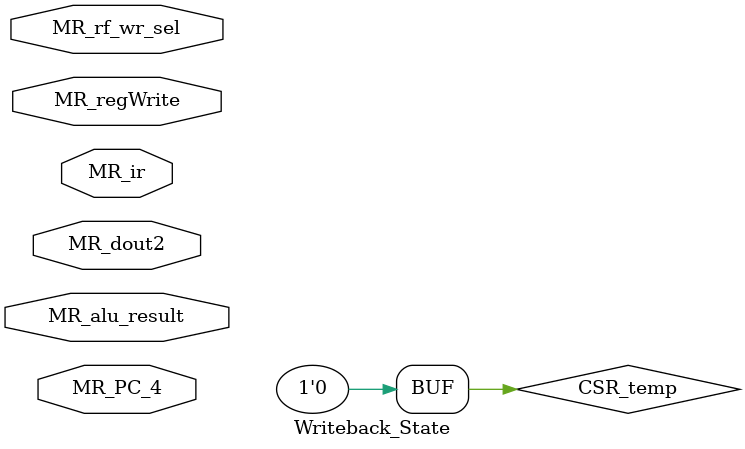
<source format=sv>
`timescale 1ns / 1ps


module Writeback_State(MR_dout2, MR_alu_result, MR_ir, MR_PC_4, MR_rf_wr_sel, MR_regWrite);

    // Inputs from Memory register
    input logic [31:0] MR_dout2, MR_alu_result, MR_ir, MR_PC_4;
    input logic [1:0] MR_rf_wr_sel;
    input logic MR_regWrite;
    
    // For now, assign CSR register to 0
    logic CSR_temp;
    assign CSR_temp = 1'b0;
    
    // Wire for MUX Output
    logic [31:0] MUX_OUT_TO_REG_FILE;
    
    // ----------------------------------- Register File MUX -----------------------------------------------
    Reg_file_MUX Reg_MUX (.ALU_OUT(MR_alu_result), .MEM_DOUT_2(MR_dout2), .CSR_RD(CSR_temp), .PC_OUT(MR_PC_4),
    .RF_WR_SEL(MR_rf_wr_sel));
    
    
     // ----------------------------------- Register File Setup -----------------------------------------------
    
   Register_File_HW_3 Reg_File (.WD(MUX_OUT_TO_REG_FILE), .ENABLE(MR_regWrite));
   
endmodule

</source>
